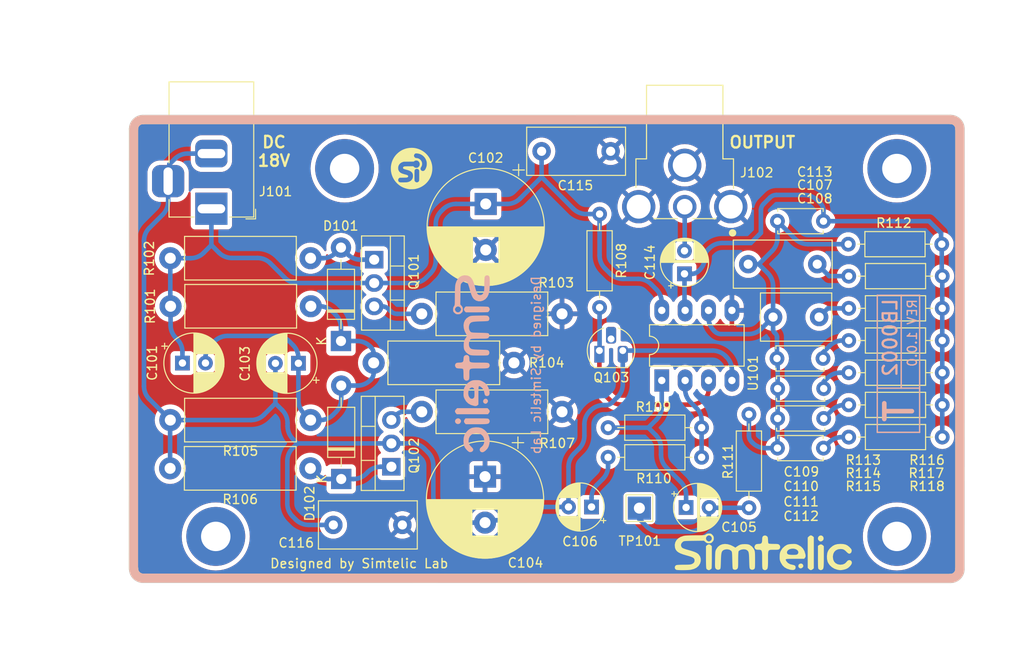
<source format=kicad_pcb>
(kicad_pcb (version 20240108) (generator "pcbnew") (generator_version "8.0")
  (title_block (title "Pink Noise Generator") (date "2024-12-29") (rev "1.0.0") (company "Simtelic") (comment 1 "https://simtelic.com/product/pink-noise-generator") (comment 2 "https://github.com/simtelic/lab0002-pink-noise-generator") (comment 3 "Designed for Simtelic by Simtelic Lab"))
  (layers (0 "F.Cu" signal) (31 "B.Cu" signal) (34 "B.Paste" user) (35 "F.Paste" user) (36 "B.SilkS" user "B.Silkscreen") (37 "F.SilkS" user "F.Silkscreen") (38 "B.Mask" user) (39 "F.Mask" user) (44 "Edge.Cuts" user))
  (net 0 "")
  (net 1 "Net-(D101-K)")
  (net 2 "+VDC")
  (net 3 "GND")
  (net 4 "-VDC")
  (net 5 "Net-(C105-Pad2)")
  (net 6 "Net-(C105-Pad1)")
  (net 7 "Net-(C106-Pad1)")
  (net 8 "Net-(U101B--)")
  (net 9 "Net-(C107-Pad2)")
  (net 10 "Net-(C108-Pad2)")
  (net 11 "Net-(C109-Pad2)")
  (net 12 "Net-(C110-Pad2)")
  (net 13 "Net-(C111-Pad2)")
  (net 14 "Net-(C112-Pad2)")
  (net 15 "Net-(C113-Pad2)")
  (net 16 "/AF-OUT")
  (net 17 "Net-(D101-A)")
  (net 18 "Net-(D102-K)")
  (net 19 "Net-(Q101-E)")
  (net 20 "Net-(Q102-E)")
  (net 22 "Net-(Q103-E)")
  (net 23 "Net-(U101A--)")
  (footprint "MountingHole:MountingHole_3.2mm_M3_Pad" (layer "F.Cu") (at 92 45)
    (property "Reference" "H101" (hide yes))
    (property "Value" "M3")
  )
  (footprint "Resistor_THT:R_Axial_DIN0414_L11.9mm_D4.5mm_P15.24mm_Horizontal" (layer "F.Cu") (at 100.38 60.8)
    (property "Reference" "R103")
    (property "Value" "2.2R")
  )
  (footprint "Resistor_THT:R_Axial_DIN0207_L6.3mm_D2.5mm_P10.16mm_Horizontal" (layer "F.Cu") (at 146.77 63.7)
    (property "Reference" "R115")
    (property "Value" "100K")
  )
  (footprint "Capacitor_THT:CP_Radial_D6.3mm_P2.50mm" (layer "F.Cu") (at 74.38 66.15)
    (property "Reference" "C101")
    (property "Value" "100MFD")
  )
  (footprint "Capacitor_THT:CP_Radial_D6.3mm_P2.50mm" (layer "F.Cu") (at 86.98 66.175 180)
    (property "Reference" "C103")
    (property "Value" "100MFD")
  )
  (footprint "Capacitor_THT:C_Disc_D10.5mm_W5.0mm_P7.50mm" (layer "F.Cu") (at 90.775 83.75)
    (property "Reference" "C116")
    (property "Value" "0.1MFD")
  )
  (footprint "Resistor_THT:R_Axial_DIN0207_L6.3mm_D2.5mm_P10.16mm_Horizontal" (layer "F.Cu") (at 146.77 60.2)
    (property "Reference" "R114")
    (property "Value" "330K")
  )
  (footprint "Capacitor_THT:C_Disc_D10.5mm_W5.0mm_P7.50mm" (layer "F.Cu") (at 135.85 55.4)
    (property "Reference" "C107")
    (property "Value" "0.1MFD")
  )
  (footprint "Resistor_THT:R_Axial_DIN0207_L6.3mm_D2.5mm_P10.16mm_Horizontal" (layer "F.Cu") (at 146.77 70.7)
    (property "Reference" "R117")
    (property "Value" "10K")
  )
  (footprint "Simtelic Logo:simtelic-name-5" (layer "F.Cu") (at 137.49 86.71)
    (property "Reference" "LG102" (hide yes))
    (property "Value" "LOGO" (hide yes))
  )
  (footprint "Capacitor_THT:C_Disc_D5.0mm_W2.5mm_P5.00mm" (layer "F.Cu") (at 138.975 65.65)
    (property "Reference" "C109")
    (property "Value" "0.01MFD")
  )
  (footprint "Capacitor_THT:C_Disc_D7.5mm_W5.0mm_P5.00mm" (layer "F.Cu") (at 138.55 61.15)
    (property "Reference" "C108")
    (property "Value" "0.033MFD")
  )
  (footprint "Connector_BarrelJack:BarrelJack_Horizontal" (layer "F.Cu") (at 77.525 49.375 -90)
    (property "Reference" "J101")
    (property "Value" "5.5mm DC Jack Socket")
  )
  (footprint "Resistor_THT:R_Axial_DIN0207_L6.3mm_D2.5mm_P10.16mm_Horizontal" (layer "F.Cu") (at 146.77 67.2)
    (property "Reference" "R116")
    (property "Value" "33K")
  )
  (footprint "Capacitor_THT:C_Disc_D4.7mm_W2.5mm_P5.00mm" (layer "F.Cu") (at 139.025 75.4)
    (property "Reference" "C112")
    (property "Value" "330PF")
  )
  (footprint "Resistor_THT:R_Axial_DIN0207_L6.3mm_D2.5mm_P10.16mm_Horizontal" (layer "F.Cu") (at 130.785 73.175 180)
    (property "Reference" "R109")
    (property "Value" "100K")
  )
  (footprint "Capacitor_THT:CP_Radial_D5.0mm_P2.50mm" (layer "F.Cu") (at 118.825 81.8 180)
    (property "Reference" "C106")
    (property "Value" "10MFD")
  )
  (footprint "MountingHole:MountingHole_3.2mm_M3_Pad" (layer "F.Cu") (at 152 45)
    (property "Reference" "H102" (hide yes))
    (property "Value" "M3")
  )
  (footprint "Resistor_THT:R_Axial_DIN0207_L6.3mm_D2.5mm_P10.16mm_Horizontal" (layer "F.Cu") (at 146.77 56.7)
    (property "Reference" "R113")
    (property "Value" "1M")
  )
  (footprint "Capacitor_THT:C_Disc_D4.7mm_W2.5mm_P5.00mm" (layer "F.Cu") (at 139.025 50.725)
    (property "Reference" "C113")
    (property "Value" "100PF")
  )
  (footprint "Capacitor_THT:C_Disc_D5.0mm_W2.5mm_P5.00mm" (layer "F.Cu") (at 139.05 68.925)
    (property "Reference" "C110")
    (property "Value" "0.0033MFD")
  )
  (footprint "Resistor_THT:R_Axial_DIN0414_L11.9mm_D4.5mm_P15.24mm_Horizontal" (layer "F.Cu") (at 73.06 54.75)
    (property "Reference" "R102")
    (property "Value" "1K")
  )
  (footprint "Resistor_THT:R_Axial_DIN0414_L11.9mm_D4.5mm_P15.24mm_Horizontal" (layer "F.Cu") (at 88.28 77.6 180)
    (property "Reference" "R106")
    (property "Value" "1K")
  )
  (footprint "Resistor_THT:R_Axial_DIN0207_L6.3mm_D2.5mm_P10.16mm_Horizontal" (layer "F.Cu") (at 119.7 49.95 -90)
    (property "Reference" "R108")
    (property "Value" "100K")
  )
  (footprint "MountingHole:MountingHole_3.2mm_M3_Pad" (layer "F.Cu") (at 152 85)
    (property "Reference" "H103" (hide yes))
    (property "Value" "M3")
  )
  (footprint "Simtelic:RCA Socket" (layer "F.Cu") (at 128.95 43.2 -90)
    (property "Reference" "J102")
    (property "Value" "RCA Jack Socket")
  )
  (footprint "Capacitor_THT:CP_Radial_D12.5mm_P5.00mm" (layer "F.Cu") (at 107.255 78.5 -90)
    (property "Reference" "C104")
    (property "Value" "1000MFD")
  )
  (footprint "Package_TO_SOT_THT:TO-92L_HandSolder" (layer "F.Cu") (at 119.68 64.795)
    (property "Reference" "Q103")
    (property "Value" "2SC945")
  )
  (footprint "TestPoint:TestPoint_THTPad_2.5x2.5mm_Drill1.2mm" (layer "F.Cu") (at 124.025 81.925)
    (property "Reference" "TP101")
    (property "Value" "TEST-PIN")
  )
  (footprint "Resistor_THT:R_Axial_DIN0207_L6.3mm_D2.5mm_P10.16mm_Horizontal" (layer "F.Cu") (at 146.715 53.225)
    (property "Reference" "R112")
    (property "Value" "1.8M")
  )
  (footprint "Resistor_THT:R_Axial_DIN0207_L6.3mm_D2.5mm_P10.16mm_Horizontal" (layer "F.Cu") (at 146.77 74.2)
    (property "Reference" "R118")
    (property "Value" "3.3K")
  )
  (footprint "Resistor_THT:R_Axial_DIN0414_L11.9mm_D4.5mm_P15.24mm_Horizontal" (layer "F.Cu") (at 110.395 66.125 180)
    (property "Reference" "R104")
    (property "Value" "1K")
  )
  (footprint "MountingHole:MountingHole_3.2mm_M3_Pad" (layer "F.Cu") (at 78 85)
    (property "Reference" "H104" (hide yes))
    (property "Value" "M3")
  )
  (footprint "Simtelic Logo:simtelic-5" (layer "F.Cu") (at 99.274682 44.958085)
    (property "Reference" "LG101" (hide yes))
    (property "Value" "LOGO" (hide yes))
  )
  (footprint "Resistor_THT:R_Axial_DIN0207_L6.3mm_D2.5mm_P10.16mm_Horizontal" (layer "F.Cu") (at 120.625 76.4)
    (property "Reference" "R110")
    (property "Value" "10K")
  )
  (footprint "Resistor_THT:R_Axial_DIN0414_L11.9mm_D4.5mm_P15.24mm_Horizontal" (layer "F.Cu") (at 88.305 72.35 180)
    (property "Reference" "R105")
    (property "Value" "1K")
  )
  (footprint "Capacitor_THT:CP_Radial_D5.0mm_P2.50mm" (layer "F.Cu") (at 129.1 81.85)
    (property "Reference" "C105")
    (property "Value" "10MFD")
  )
  (footprint "Diode_THT:D_DO-41_SOD81_P10.16mm_Horizontal" (layer "F.Cu") (at 91.63 78.76 90)
    (property "Reference" "D102")
    (property "Value" "1N4007")
  )
  (footprint "Package_TO_SOT_THT:TO-220-3_Vertical" (layer "F.Cu") (at 97.08 77.425 90)
    (property "Reference" "Q102")
    (property "Value" "TIP32")
  )
  (footprint "Resistor_THT:R_Axial_DIN0414_L11.9mm_D4.5mm_P15.24mm_Horizontal" (layer "F.Cu") (at 73.09 59.975)
    (property "Reference" "R101")
    (property "Value" "1K")
  )
  (footprint "Capacitor_THT:C_Disc_D5.0mm_W2.5mm_P5.00mm" (layer "F.Cu") (at 139.05 72.175)
    (property "Reference" "C111")
    (property "Value" "0.001MFD")
  )
  (footprint "Package_TO_SOT_THT:TO-220-3_Vertical" (layer "F.Cu") (at 95.21 54.91 -90)
    (property "Reference" "Q101")
    (property "Value" "TIP31")
  )
  (footprint "Diode_THT:D_DO-41_SOD81_P10.16mm_Horizontal" (layer "F.Cu") (at 91.605 63.755 90)
    (property "Reference" "D101")
    (property "Value" "1N4007")
  )
  (footprint "Resistor_THT:R_Axial_DIN0414_L11.9mm_D4.5mm_P15.24mm_Horizontal" (layer "F.Cu") (at 115.62 71.45 180)
    (property "Reference" "R107")
    (property "Value" "2.2R")
  )
  (footprint "Capacitor_THT:CP_Radial_D5.0mm_P2.50mm" (layer "F.Cu") (at 128.925 56.45 90)
    (property "Reference" "C114")
    (property "Value" "10MFD")
  )
  (footprint "Capacitor_THT:CP_Radial_D12.5mm_P5.00mm" (layer "F.Cu") (at 107.33 48.851041 -90)
    (property "Reference" "C102")
    (property "Value" "1000MFD")
  )
  (footprint "Package_DIP:DIP-8_W7.62mm_LongPads" (layer "F.Cu") (at 126.455 68.045 90)
    (property "Reference" "U101")
    (property "Value" "NJM4558")
  )
  (footprint "Resistor_THT:R_Axial_DIN0207_L6.3mm_D2.5mm_P10.16mm_Horizontal" (layer "F.Cu") (at 135.925 71.725 -90)
    (property "Reference" "R111")
    (property "Value" "10K")
  )
  (footprint "Capacitor_THT:C_Disc_D10.5mm_W5.0mm_P7.50mm" (layer "F.Cu") (at 113.4 43.125)
    (property "Reference" "C115")
    (property "Value" "0.1MFD")
  )
  (footprint "Simtelic Logo:simtelic-name-5" (layer "B.Cu") (at 105.81 66.23 -90)
    (property "Reference" "LG103" (hide yes))
    (property "Value" "LOGO" (hide yes))
  )
  (gr_line (start 157.823657 39.663449) (end 70.106434 39.675596) (stroke (width 1)) (layer "B.SilkS"))
  (gr_line (start 69.057029 88.544162) (end 69.063448 40.701344) (stroke (width 1)) (layer "B.SilkS"))
  (gr_line (start 149.87 68.88) (end 154.47 68.88) (stroke (width 0.15)) (layer "B.SilkS"))
  (gr_line (start 158.842986 88.549253) (end 158.849405 40.706435) (stroke (width 1)) (layer "B.SilkS"))
  (gr_line (start 149.87 69.98) (end 149.87 58.78) (stroke (width 0.15)) (layer "B.SilkS"))
  (gr_line (start 154.47 73.68) (end 149.87 73.68) (stroke (width 0.15)) (layer "B.SilkS"))
  (gr_line (start 154.47 58.78) (end 154.47 73.68) (stroke (width 0.15)) (layer "B.SilkS"))
  (gr_line (start 70.100748 89.542987) (end 157.8 89.575001) (stroke (width 1)) (layer "B.SilkS"))
  (gr_line (start 152.47 58.78) (end 152.47 68.88) (stroke (width 0.15)) (layer "B.SilkS"))
  (gr_arc (start 158.842986 88.549253) (mid 158.531434 89.275596) (end 157.8 89.575001) (stroke (width 1)) (layer "B.SilkS"))
  (gr_arc (start 157.823657 39.663449) (mid 158.55 39.975001) (end 158.849405 40.706435) (stroke (width 1)) (layer "B.SilkS"))
  (gr_arc (start 69.063448 40.701344) (mid 69.375 39.975001) (end 70.106434 39.675596) (stroke (width 1)) (layer "B.SilkS"))
  (gr_line (start 149.87 73.68) (end 149.87 69.98) (stroke (width 0.15)) (layer "B.SilkS"))
  (gr_line (start 149.87 58.78) (end 154.47 58.78) (stroke (width 0.15)) (layer "B.SilkS"))
  (gr_arc (start 70.100748 89.542987) (mid 69.374404 89.231435) (end 69.075 88.500001) (stroke (width 1)) (layer "B.SilkS"))
  (gr_arc (start 158.842986 88.549252) (mid 158.531434 89.275595) (end 157.8 89.575) (stroke (width 1)) (layer "F.SilkS"))
  (gr_arc (start 157.823657 39.663448) (mid 158.55 39.975) (end 158.849405 40.706434) (stroke (width 1)) (layer "F.SilkS"))
  (gr_arc (start 70.100748 89.542986) (mid 69.374405 89.231434) (end 69.075 88.5) (stroke (width 1)) (layer "F.SilkS"))
  (gr_line (start 158.842986 88.549252) (end 158.849405 40.706434) (stroke (width 1)) (layer "F.SilkS"))
  (gr_arc (start 69.063448 40.701343) (mid 69.375 39.975) (end 70.106434 39.675595) (stroke (width 1)) (layer "F.SilkS"))
  (gr_line (start 69.057029 88.544161) (end 69.063448 40.701343) (stroke (width 1)) (layer "F.SilkS"))
  (gr_line (start 157.823657 39.663448) (end 70.106434 39.675595) (stroke (width 1)) (layer "F.SilkS"))
  (gr_line (start 70.100748 89.542986) (end 157.8 89.575) (stroke (width 1)) (layer "F.SilkS"))
  (gr_line (start 159.350208 40.675) (end 159.348068 88.58039) (stroke (width 0.05)) (layer "Edge.Cuts"))
  (gr_line (start 157.848068 90.055598) (end 70.06961 90.048068) (stroke (width 0.05)) (layer "Edge.Cuts"))
  (gr_line (start 70.1 39.174792) (end 157.875 39.175) (stroke (width 0.05)) (layer "Edge.Cuts"))
  (gr_arc (start 157.875 39.175) (mid 158.91961 39.623068) (end 159.350208 40.675) (stroke (width 0.05)) (layer "Edge.Cuts"))
  (gr_arc (start 159.348068 88.58039) (mid 158.9 89.625) (end 157.848068 90.055598) (stroke (width 0.05)) (layer "Edge.Cuts"))
  (gr_arc (start 70.06961 90.048068) (mid 69.025 89.6) (end 68.594402 88.548068) (stroke (width 0.05)) (layer "Edge.Cuts"))
  (gr_line (start 68.594402 88.548068) (end 68.6 40.65) (stroke (width 0.05)) (layer "Edge.Cuts"))
  (gr_arc (start 68.6 40.65) (mid 69.048068 39.60539) (end 70.1 39.174792) (stroke (width 0.05)) (layer "Edge.Cuts"))
  (gr_text "Designed by Simtelic Lab" (at 113.4 56.61 90) (layer "B.SilkS") (effects (font (size 1 1)) (justify left bottom mirror)))
  (gr_text "T" (at 152.27 71.38 90) (layer "B.SilkS") (effects (font (size 3 3) (thickness 0.5)) (justify mirror)))
  (gr_text "LB0002" (at 151.27 63.38 90) (layer "B.SilkS") (effects (font (size 1.5 1.5) (thickness 0.25)) (justify mirror)))
  (gr_text "REV 1.0.0" (at 153.67 62.88 90) (layer "B.SilkS") (effects (font (size 1 1)) (justify mirror)))
  (gr_text "DC\n18V" (at 84.325 44.875 0) (layer "F.SilkS") (effects (font (size 1.25 1.25) (thickness 0.25) (bold yes)) (justify bottom)))
  (gr_text "Designed by Simtelic Lab" (at 83.82 88.53 0) (layer "F.SilkS") (effects (font (size 1 1)) (justify left bottom)))
  (gr_text "OUTPUT" (at 133.675 42.875 0) (layer "F.SilkS") (effects (font (size 1.25 1.25) (thickness 0.25) (bold yes)) (justify left bottom)))
  (segment (start 95.155 65.144214) (end 95.155 66.125) (width 0.5) (layer "B.Cu") (net 1))
  (segment (start 91.605 62.308427) (end 91.605 63.755) (width 0.5) (layer "B.Cu") (net 1))
  (segment (start 91.044213 71.480787) (end 90.760787 71.764213) (width 0.5) (layer "B.Cu") (net 1))
  (segment (start 86.98 70.196573) (end 86.98 66.175) (width 0.5) (layer "B.Cu") (net 1))
  (segment (start 76.88 66.15) (end 76.88 65.598427) (width 0.5) (layer "B.Cu") (net 1))
  (segment (start 91.63 68.6) (end 91.63 70.066573) (width 0.5) (layer "B.Cu") (net 1))
  (segment (start 79.278427 63.2) (end 84.571573 63.2) (width 0.5) (layer "B.Cu") (net 1))
  (segment (start 85.985787 63.785787) (end 86.394214 64.194214) (width 0.5) (layer "B.Cu") (net 1))
  (segment (start 88.33 59.975) (end 89.271573 59.975) (width 0.5) (layer "B.Cu") (net 1))
  (segment (start 91.605 63.755) (end 93.351573 63.755) (width 0.5) (layer "B.Cu") (net 1))
  (segment (start 86.98 65.608427) (end 86.98 66.175) (width 0.5) (layer "B.Cu") (net 1))
  (segment (start 95.155 67.230786) (end 95.155 66.125) (width 0.5) (layer "B.Cu") (net 1))
  (segment (start 90.685787 60.560787) (end 91.019214 60.894214) (width 0.5) (layer "B.Cu") (net 1))
  (segment (start 88.305 72.35) (end 89.346573 72.35) (width 0.5) (layer "B.Cu") (net 1))
  (segment (start 77.465787 64.184213) (end 77.864214 63.785786) (width 0.5) (layer "B.Cu") (net 1))
  (segment (start 91.63 68.6) (end 93.371573 68.6) (width 0.5) (layer "B.Cu") (net 1))
  (segment (start 88.305 72.35) (end 87.565786 71.610786) (width 0.5) (layer "B.Cu") (net 1))
  (segment (start 94.765787 64.340787) (end 94.862107 64.437107) (width 0.5) (layer "B.Cu") (net 1))
  (segment (start 94.785787 68.014213) (end 94.862107 67.937893) (width 0.5) (layer "B.Cu") (net 1))
  (arc (start 89.346573 72.35) (mid 90.11194 72.197759) (end 90.760787 71.764213) (width 0.5) (layer "B.Cu") (net 1))
  (arc (start 94.862107 64.437107) (mid 95.07888 64.76153) (end 95.155 65.144214) (width 0.5) (layer "B.Cu") (net 1))
  (arc (start 94.765787 64.340787) (mid 94.11694 63.907241) (end 93.351573 63.755) (width 0.5) (layer "B.Cu") (net 1))
  (arc (start 86.98 65.608427) (mid 86.827759 64.84306) (end 86.394214 64.194214) (width 0.5) (layer "B.Cu") (net 1))
  (arc (start 93.371573 68.6) (mid 94.13694 68.447759) (end 94.785787 68.014213) (width 0.5) (layer "B.Cu") (net 1))
  (arc (start 76.88 65.598427) (mid 77.032241 64.83306) (end 77.465787 64.184213) (width 0.5) (layer "B.Cu") (net 1))
  (arc (start 84.571573 63.2) (mid 85.33694 63.352241) (end 85.985787 63.785787) (width 0.5) (layer "B.Cu") (net 1))
  (arc (start 94.862107 67.937893) (mid 95.07888 67.61347) (end 95.155 67.230786) (width 0.5) (layer "B.Cu") (net 1))
  (arc (start 91.63 70.066573) (mid 91.477759 70.83194) (end 91.044213 71.480787) (width 0.5) (layer "B.Cu") (net 1))
  (arc (start 86.98 70.196573) (mid 87.132241 70.96194) (end 87.565786 71.610786) (width 0.5) (layer "B.Cu") (net 1))
  (arc (start 79.278427 63.2) (mid 78.51306 63.352241) (end 77.864214 63.785786) (width 0.5) (layer "B.Cu") (net 1))
  (arc (start 89.271573 59.975) (mid 90.03694 60.127241) (end 90.685787 60.560787) (width 0.5) (layer "B.Cu") (net 1))
  (arc (start 91.605 62.308427) (mid 91.452759 61.54306) (end 91.019214 60.894214) (width 0.5) (layer "B.Cu") (net 1))
  (segment (start 95.21 57.45) (end 86.903427 57.45) (width 0.5) (layer "B.Cu") (net 2))
  (segment (start 118.253427 49.95) (end 119.7 49.95) (width 0.5) (layer "B.Cu") (net 2))
  (segment (start 78.339213 54.139213) (end 77.525 53.325) (width 0.5) (layer "B.Cu") (net 2))
  (segment (start 126.455 60.425) (end 126.455 59.558427) (width 0.5) (layer "B.Cu") (net 2))
  (segment (start 125.869213 58.144213) (end 125.310786 57.585786) (width 0.5) (layer "B.Cu") (net 2))
  (segment (start 107.33 48.851041) (end 109.645532 48.851041) (width 0.5) (layer "B.Cu") (net 2))
  (segment (start 73.06 59.945) (end 73.09 59.975) (width 0.5) (layer "B.Cu") (net 2))
  (segment (start 73.09 59.975) (end 73.09 62.011573) (width 0.5) (layer "B.Cu") (net 2))
  (segment (start 120.839213 56.414213) (end 120.285786 55.860786) (width 0.5) (layer "B.Cu") (net 2))
  (segment (start 123.896573 57) (end 122.253427 57) (width 0.5) (layer "B.Cu") (net 2))
  (segment (start 74.38 66.15) (end 74.38 64.958427) (width 0.5) (layer "B.Cu") (net 2))
  (segment (start 77.525 53.325) (end 77.525 53.5) (width 0.25) (layer "B.Cu") (net 2))
  (segment (start 82.521573 54.725) (end 79.753427 54.725) (width 0.5) (layer "B.Cu") (net 2))
  (segment (start 104.104468 48.851041) (end 107.33 48.851041) (width 0.5) (layer "B.Cu") (net 2))
  (segment (start 73.06 54.75) (end 73.06 59.945) (width 0.5) (layer "B.Cu") (net 2))
  (segment (start 113.4 45.925) (end 111.059746 48.265254) (width 0.5) (layer "B.Cu") (net 2))
  (segment (start 76.685787 54.164213) (end 77.525 53.325) (width 0.5) (layer "B.Cu") (net 2))
  (segment (start 73.794213 63.544213) (end 73.675786 63.425786) (width 0.5) (layer "B.Cu") (net 2))
  (segment (start 102.485787 49.641295) (end 102.690255 49.436827) (width 0.5) (layer "B.Cu") (net 2))
  (segment (start 95.21 57.45) (end 99.446573 57.45) (width 0.5) (layer "B.Cu") (net 2))
  (segment (start 113.4 43.125) (end 113.4 45.925) (width 0.5) (layer "B.Cu") (net 2))
  (segment (start 77.525 53.325) (end 77.525 49.375) (width 0.5) (layer "B.Cu") (net 2))
  (segment (start 119.7 49.95) (end 119.7 54.446573) (width 0.5) (layer "B.Cu") (net 2))
  (segment (start 116.839214 49.364214) (end 113.4 45.925) (width 0.5) (layer "B.Cu") (net 2))
  (segment (start 100.860787 56.864213) (end 101.314214 56.410786) (width 0.5) (layer "B.Cu") (net 2))
  (segment (start 85.489213 56.864213) (end 83.935786 55.310786) (width 0.5) (layer "B.Cu") (net 2))
  (segment (start 73.06 54.75) (end 75.271573 54.75) (width 0.5) (layer "B.Cu") (net 2))
  (segment (start 101.9 54.996573) (end 101.9 51.055509) (width 0.5) (layer "B.Cu") (net 2))
  (arc (start 116.839214 49.364214) (mid 117.48806 49.797759) (end 118.253427 49.95) (width 0.5) (layer "B.Cu") (net 2))
  (arc (start 73.794213 63.544213) (mid 74.227759 64.19306) (end 74.38 64.958427) (width 0.5) (layer "B.Cu") (net 2))
  (arc (start 109.645532 48.851041) (mid 110.410899 48.6988) (end 111.059746 48.265254) (width 0.5) (layer "B.Cu") (net 2))
  (arc (start 123.896573 57) (mid 124.66194 57.152241) (end 125.310786 57.585786) (width 0.5) (layer "B.Cu") (net 2))
  (arc (start 126.455 59.558427) (mid 126.302759 58.79306) (end 125.869213 58.144213) (width 0.5) (layer "B.Cu") (net 2))
  (arc (start 85.489213 56.864213) (mid 86.13806 57.297759) (end 86.903427 57.45) (width 0.5) (layer "B.Cu") (net 2))
  (arc (start 120.839213 56.414213) (mid 121.48806 56.847759) (end 122.253427 57) (width 0.5) (layer "B.Cu") (net 2))
  (arc (start 101.9 54.996573) (mid 101.747759 55.76194) (end 101.314214 56.410786) (width 0.5) (layer "B.Cu") (net 2))
  (arc (start 102.485787 49.641295) (mid 102.052241 50.290142) (end 101.9 51.055509) (width 0.5) (layer "B.Cu") (net 2))
  (arc (start 73.09 62.011573) (mid 73.242241 62.77694) (end 73.675786 63.425786) (width 0.5) (layer "B.Cu") (net 2))
  (arc (start 120.285786 55.860786) (mid 119.852241 55.21194) (end 119.7 54.446573) (width 0.5) (layer "B.Cu") (net 2))
  (arc (start 102.690255 49.436827) (mid 103.339101 49.003282) (end 104.104468 48.851041) (width 0.5) (layer "B.Cu") (net 2))
  (arc (start 78.339213 54.139213) (mid 78.98806 54.572759) (end 79.753427 54.725) (width 0.5) (layer "B.Cu") (net 2))
  (arc (start 76.685787 54.164213) (mid 76.03694 54.597759) (end 75.271573 54.75) (width 0.5) (layer "B.Cu") (net 2))
  (arc (start 99.446573 57.45) (mid 100.21194 57.297759) (end 100.860787 56.864213) (width 0.5) (layer "B.Cu") (net 2))
  (arc (start 83.935786 55.310786) (mid 83.28694 54.877241) (end 82.521573 54.725) (width 0.5) (layer "B.Cu") (net 2))
  (segment (start 133.95 60.3) (end 134.075 60.425) (width 0.5) (layer "F.Cu") (net 3))
  (segment (start 128.875 44.575) (end 128.95 44.65) (width 0.5) (layer "B.Cu") (net 3))
  (segment (start 111.425 71.375) (end 111.5 71.45) (width 0.25) (layer "B.Cu") (net 3))
  (segment (start 86.360787 75.384213) (end 86.86 74.885) (width 0.5) (layer "B.Cu") (net 4))
  (segment (start 118.635787 71.389213) (end 118.714214 71.310786) (width 0.5) (layer "B.Cu") (net 4))
  (segment (start 100.670787 75.470787) (end 101.051714 75.851714) (width 0.5) (layer "B.Cu") (net 4))
  (segment (start 97.08 74.885) (end 99.256573 74.885) (width 0.5) (layer "B.Cu") (net 4))
  (segment (start 101.6375 77.265927) (end 101.6375 80.609073) (width 0.5) (layer "B.Cu") (net 4))
  (segment (start 90.775 83.75) (end 88.103427 83.75) (width 0.5) (layer "B.Cu") (net 4))
  (segment (start 70.785787 70.070787) (end 73.065 72.35) (width 0.5) (layer "B.Cu") (net 4))
  (segment (start 85.8 72.678427) (end 85.8 72.996573) (width 0.5) (layer "B.Cu") (net 4))
  (segment (start 111.545787 82.654213) (end 111.814214 82.385786) (width 0.5) (layer "B.Cu") (net 4))
  (segment (start 84.48 66.175) (end 84.48 70.53) (width 0.5) (layer "B.Cu") (net 4))
  (segment (start 120.128427 70.725) (end 120.355786 70.725) (width 0.5) (layer "B.Cu") (net 4))
  (segment (start 116.325 81.8) (end 113.228427 81.8) (width 0.5) (layer "B.Cu") (net 4))
  (segment (start 133.380787 65.380787) (end 133.489214 65.489214) (width 0.5) (layer "B.Cu") (net 4))
  (segment (start 101.825 81.475) (end 101.825 81.625) (width 0.25) (layer "B.Cu") (net 4))
  (segment (start 77.525 43.375) (end 74.953427 43.375) (width 0.5) (layer "B.Cu") (net 4))
  (segment (start 72.825 48.596573) (end 72.825 46.375) (width 0.5) (layer "B.Cu") (net 4))
  (segment (start 86.86 74.885) (end 86.385786 74.410786) (width 0.5) (layer "B.Cu") (net 4))
  (segment (start 73.065 72.35) (end 81.831573 72.35) (width 0.5) (layer "B.Cu") (net 4))
  (segment (start 118.05 74.046573) (end 118.05 72.803427) (width 0.5) (layer "B.Cu") (net 4))
  (segment (start 86.689213 83.164213) (end 86.360786 82.835786) (width 0.5) (layer "B.Cu") (net 4))
  (segment (start 116.325 81.8) (end 116.325 77.428427) (width 0.5) (layer "B.Cu") (net 4))
  (segment (start 122.22 64.795) (end 131.966573 64.795) (width 0.5) (layer "B.Cu") (net 4))
  (segment (start 134.075 66.903427) (end 134.075 68.045) (width 0.5) (layer "B.Cu") (net 4))
  (segment (start 72.95 44.55) (end 72.95 46.25) (width 0.5) (layer "B.Cu") (net 4))
  (segment (start 122.22 68.446573) (end 122.22 64.795) (width 0.5) (layer "B.Cu") (net 4))
  (segment (start 107.515 83.24) (end 110.131573 83.24) (width 0.5) (layer "B.Cu") (net 4))
  (segment (start 102.223287 82.023287) (end 103.114214 82.914214) (width 0.5) (layer "B.Cu") (net 4))
  (segment (start 70.2 52.878427) (end 70.2 68.656573) (width 0.5) (layer "B.Cu") (net 4))
  (segment (start 84.48 70.53) (end 85.214214 71.264214) (width 0.5) (layer "B.Cu") (net 4))
  (segment (start 70.785787 51.464213) (end 72.239214 50.010786) (width 0.5) (layer "B.Cu") (net 4))
  (segment (start 72.95 46.25) (end 72.825 46.375) (width 0.5) (layer "B.Cu") (net 4))
  (segment (start 107.255 83.5) (end 107.515 83.24) (width 0.5) (layer "B.Cu") (net 4))
  (segment (start 121.062893 70.432107) (end 121.634214 69.860786) (width 0.5) (layer "B.Cu") (net 4))
  (segment (start 73.539213 43.960787) (end 72.95 44.55) (width 0.5) (layer "B.Cu") (net 4))
  (segment (start 85.775 81.421573) (end 85.775 76.798427) (width 0.5) (layer "B.Cu") (net 4))
  (segment (start 116.910787 76.014213) (end 117.464214 75.460786) (width 0.5) (layer "B.Cu") (net 4))
  (segment (start 84.48 70.53) (end 84.48 70.52) (width 0.25) (layer "B.Cu") (net 4))
  (segment (start 73.04 77.6) (end 73.04 72.375) (width 0.5) (layer "B.Cu") (net 4))
  (segment (start 73.04 72.375) (end 73.065 72.35) (width 0.5) (layer "B.Cu") (net 4))
  (segment (start 97.08 74.885) (end 86.86 74.885) (width 0.5) (layer "B.Cu") (net 4))
  (segment (start 107.255 83.5) (end 104.528427 83.5) (width 0.5) (layer "B.Cu") (net 4))
  (segment (start 83.245787 71.764213) (end 84.48 70.53) (width 0.5) (layer "B.Cu") (net 4))
  (arc (start 85.214214 71.264214) (mid 85.647759 71.91306) (end 85.8 72.678427) (width 0.5) (layer "B.Cu") (net 4))
  (arc (start 118.05 72.803427) (mid 118.202241 72.03806) (end 118.635787 71.389213) (width 0.5) (layer "B.Cu") (net 4))
  (arc (start 121.062893 70.432107) (mid 120.73847 70.64888) (end 120.355786 70.725) (width 0.5) (layer "B.Cu") (net 4))
  (arc (start 86.360787 75.384213) (mid 85.927241 76.03306) (end 85.775 76.798427) (width 0.5) (layer "B.Cu") (net 4))
  (arc (start 118.05 74.046573) (mid 117.897759 74.81194) (end 117.464214 75.460786) (width 0.5) (layer "B.Cu") (net 4))
  (arc (start 116.910787 76.014213) (mid 116.477241 76.66306) (end 116.325 77.428427) (width 0.5) (layer "B.Cu") (net 4))
  (arc (start 85.775 81.421573) (mid 85.927241 82.18694) (end 86.360786 82.835786) (width 0.5) (layer "B.Cu") (net 4))
  (arc (start 86.385786 74.410786) (mid 85.952241 73.76194) (end 85.8 72.996573) (width 0.5) (layer "B.Cu") (net 4))
  (arc (start 88.103427 83.75) (mid 87.33806 83.597759) (end 86.689213 83.164213) (width 0.5) (layer "B.Cu") (net 4))
  (arc (start 70.785787 51.464213) (mid 70.352241 52.11306) (end 70.2 52.878427) (width 0.5) (layer "B.Cu") (net 4))
  (arc (start 99.256573 74.885) (mid 100.02194 75.037241) (end 100.670787 75.470787) (width 0.5) (layer "B.Cu") (net 4))
  (arc (start 101.6375 77.265927) (mid 101.485259 76.50056) (end 101.051714 75.851714) (width 0.5) (layer "B.Cu") (net 4))
  (arc (start 111.814214 82.385786) (mid 112.46306 81.952241) (end 113.228427 81.8) (width 0.5) (layer "B.Cu") (net 4))
  (arc (start 120.128427 70.725) (mid 119.36306 70.877241) (end 118.714214 71.310786) (width 0.5) (layer "B.Cu") (net 4))
  (arc (start 111.545787 82.654213) (mid 110.89694 83.087759) (end 110.131573 83.24) (width 0.5) (layer "B.Cu") (net 4))
  (arc (start 74.953427 43.375) (mid 74.18806 43.527241) (end 73.539213 43.960787) (width 0.5) (layer "B.Cu") (net 4))
  (arc (start 133.489214 65.489214) (mid 133.922759 66.13806) (end 134.075 66.903427) (width 0.5) (layer "B.Cu") (net 4))
  (arc (start 131.966573 64.795) (mid 132.73194 64.947241) (end 133.380787 65.380787) (width 0.5) (layer "B.Cu") (net 4))
  (arc (start 102.223287 82.023287) (mid 101.789741 81.37444) (end 101.6375 80.609073) (width 0.5) (layer "B.Cu") (net 4))
  (arc (start 104.528427 83.5) (mid 103.76306 83.347759) (end 103.114214 82.914214) (width 0.5) (layer "B.Cu") (net 4))
  (arc (start 70.2 68.656573) (mid 70.352241 69.42194) (end 70.785787 70.070787) (width 0.5) (layer "B.Cu") (net 4))
  (arc (start 81.831573 72.35) (mid 82.59694 72.197759) (end 83.245787 71.764213) (width 0.5) (layer "B.Cu") (net 4))
  (arc (start 121.634214 69.860786) (mid 122.067759 69.21194) (end 122.22 68.446573) (width 0.5) (layer "B.Cu") (net 4))
  (arc (start 72.239214 50.010786) (mid 72.672759 49.36194) (end 72.825 48.596573) (width 0.5) (layer "B.Cu") (net 4))
  (segment (start 130.910787 83.889213) (end 131.014214 83.785786) (width 0.5) (layer "B.Cu") (net 5))
  (segment (start 131.6 82.371573) (end 131.6 81.85) (width 0.5) (layer "B.Cu") (net 5))
  (segment (start 124.025 81.925) (end 124.025 83.125) (width 0.5) (layer "B.Cu") (net 5))
  (segment (start 135.925 81.885) (end 131.635 81.885) (width 0.5) (layer "B.Cu") (net 5))
  (segment (start 124.025 83.125) (end 124.789214 83.889214) (width 0.5) (layer "B.Cu") (net 5))
  (segment (start 131.635 81.885) (end 131.6 81.85) (width 0.5) (layer "B.Cu") (net 5))
  (segment (start 126.203427 84.475) (end 129.496573 84.475) (width 0.5) (layer "B.Cu") (net 5))
  (arc (start 130.910787 83.889213) (mid 130.26194 84.322759) (end 129.496573 84.475) (width 0.5) (layer "B.Cu") (net 5))
  (arc (start 126.203427 84.475) (mid 125.43806 84.322759) (end 124.789214 83.889214) (width 0.5) (layer "B.Cu") (net 5))
  (arc (start 131.014214 83.785786) (mid 131.447759 83.13694) (end 131.6 82.371573) (width 0.5) (layer "B.Cu") (net 5))
  (segment (start 126.455 68.045) (end 126.455 70.891573) (width 0.5) (layer "B.Cu") (net 6))
  (segment (start 126.375 75.378427) (end 126.375 76.096573) (width 0.5) (layer "B.Cu") (net 6))
  (segment (start 129.1 80.478427) (end 129.1 81.85) (width 0.5) (layer "B.Cu") (net 6))
  (segment (start 125 73.175) (end 125.789214 73.964214) (width 0.5) (layer "B.Cu") (net 6))
  (segment (start 125 73.175) (end 120.625 73.175) (width 0.5) (layer "B.Cu") (net 6))
  (segment (start 125.869213 72.305787) (end 125 73.175) (width 0.5) (layer "B.Cu") (net 6))
  (segment (start 126.960787 77.510787) (end 128.514214 79.064214) (width 0.5) (layer "B.Cu") (net 6))
  (arc (start 126.960787 77.510787) (mid 126.527241 76.86194) (end 126.375 76.096573) (width 0.5) (layer "B.Cu") (net 6))
  (arc (start 129.1 80.478427) (mid 128.947759 79.71306) (end 128.514214 79.064214) (width 0.5) (layer "B.Cu") (net 6))
  (arc (start 125.789214 73.964214) (mid 126.222759 74.61306) (end 126.375 75.378427) (width 0.5) (layer "B.Cu") (net 6))
  (arc (start 125.869213 72.305787) (mid 126.302759 71.65694) (end 126.455 70.891573) (width 0.5) (layer "B.Cu") (net 6))
  (segment (start 120.039213 78.760787) (end 119.410786 79.389214) (width 0.5) (layer "B.Cu") (net 7))
  (segment (start 118.825 80.803427) (end 118.825 81.8) (width 0.5) (layer "B.Cu") (net 7))
  (segment (start 120.625 76.4) (end 120.625 77.346573) (width 0.5) (layer "B.Cu") (net 7))
  (arc (start 120.625 77.346573) (mid 120.472759 78.11194) (end 120.039213 78.760787) (width 0.5) (layer "B.Cu") (net 7))
  (arc (start 118.825 80.803427) (mid 118.977241 80.03806) (end 119.410786 79.389214) (width 0.5) (layer "B.Cu") (net 7))
  (segment (start 138.55 61.15) (end 138.55 62.478679) (width 0.5) (layer "B.Cu") (net 8))
  (segment (start 139.05 65.725) (end 138.975 65.65) (width 0.5) (layer "B.Cu") (net 8))
  (segment (start 132.914214 63) (end 135.871573 63) (width 0.5) (layer "B.Cu") (net 8))
  (segment (start 139.05 68.925) (end 139.05 65.725) (width 0.5) (layer "B.Cu") (net 8))
  (segment (start 136.217893 74.717893) (end 136.314214 74.814214) (width 0.5) (layer "B.Cu") (net 8))
  (segment (start 137 55.4) (end 138.439214 53.960786) (width 0.5) (layer "B.Cu") (net 8))
  (segment (start 132.120787 62.620787) (end 132.207107 62.707107) (width 0.5) (layer "B.Cu") (net 8))
  (segment (start 139.025 75.4) (end 139.025 72.2) (width 0.5) (layer "B.Cu") (net 8))
  (segment (start 137.964213 56.364213) (end 137 55.4) (width 0.5) (layer "B.Cu") (net 8))
  (segment (start 135.85 55.4) (end 137 55.4) (width 0.5) (layer "B.Cu") (net 8))
  (segment (start 131.535 60.425) (end 131.535 61.206573) (width 0.5) (layer "B.Cu") (net 8))
  (segment (start 139.025 52.546573) (end 139.025 50.725) (width 0.5) (layer "B.Cu") (net 8))
  (segment (start 137.728427 75.4) (end 139.025 75.4) (width 0.5) (layer "B.Cu") (net 8))
  (segment (start 138.55 61.15) (end 138.55 57.778427) (width 0.5) (layer "B.Cu") (net 8))
  (segment (start 137.285787 62.414213) (end 138.55 61.15) (width 0.5) (layer "B.Cu") (net 8))
  (segment (start 138.828553 62.964339) (end 138.696446 62.832232) (width 0.5) (layer "B.Cu") (net 8))
  (segment (start 146.715 53.225) (end 142.353427 53.225) (width 0.5) (layer "B.Cu") (net 8))
  (segment (start 140.939213 52.639213) (end 139.025 50.725) (width 0.5) (layer "B.Cu") (net 8))
  (segment (start 139.05 72.175) (end 139.05 68.925) (width 0.5) (layer "B.Cu") (net 8))
  (segment (start 138.975 65.65) (end 138.975 63.317893) (width 0.5) (layer "B.Cu") (net 8))
  (segment (start 139.025 72.2) (end 139.05 72.175) (width 0.5) (layer "B.Cu") (net 8))
  (segment (start 135.925 71.725) (end 135.925 74.010786) (width 0.5) (layer "B.Cu") (net 8))
  (arc (start 140.939213 52.639213) (mid 141.58806 53.072759) (end 142.353427 53.225) (width 0.5) (layer "B.Cu") (net 8))
  (arc (start 135.871573 63) (mid 136.63694 62.847759) (end 137.285787 62.414213) (width 0.5) (layer "B.Cu") (net 8))
  (arc (start 132.120787 62.620787) (mid 131.687241 61.97194) (end 131.535 61.206573) (width 0.5) (layer "B.Cu") (net 8))
  (arc (start 139.025 52.546573) (mid 138.872759 53.31194) (end 138.439214 53.960786) (width 0.5) (layer "B.Cu") (net 8))
  (arc (start 138.55 62.478679) (mid 138.58806 62.67002) (end 138.696446 62.832232) (width 0.5) (layer "B.Cu") (net 8))
  (arc (start 136.217893 74.717893) (mid 136.00112 74.39347) (end 135.925 74.010786) (width 0.5) (layer "B.Cu") (net 8))
  (arc (start 137.728427 75.4) (mid 136.96306 75.247759) (end 136.314214 74.814214) (width 0.5) (layer "B.Cu") (net 8))
  (arc (start 138.55 57.778427) (mid 138.397759 57.01306) (end 137.964213 56.364213) (width 0.5) (layer "B.Cu") (net 8))
  (arc (start 138.975 63.317893) (mid 138.93694 63.126551) (end 138.828553 62.964339) (width 0.5) (layer "B.Cu") (net 8))
  (arc (start 132.914214 63) (mid 132.531531 62.92388) (end 132.207107 62.707107) (width 0.5) (layer "B.Cu") (net 8))
  (segment (start 144.65 56.7) (end 143.35 55.4) (width 0.5) (layer "B.Cu") (net 9))
  (segment (start 146.77 56.7) (end 144.65 56.7) (width 0.5) (layer "B.Cu") (net 9))
  (segment (start 146.77 60.2) (end 144.5 60.2) (width 0.5) (layer "B.Cu") (net 10))
  (segment (start 144.5 60.2) (end 143.55 61.15) (width 0.5) (layer "B.Cu") (net 10))
  (segment (start 143.975 65) (end 143.975 65.65) (width 0.5) (layer "B.Cu") (net 11))
  (segment (start 144.689213 64.285787) (end 143.975 65) (width 0.5) (layer "B.Cu") (net 11))
  (segment (start 146.77 63.7) (end 146.103427 63.7) (width 0.5) (layer "B.Cu") (net 11))
  (arc (start 146.103427 63.7) (mid 145.33806 63.852241) (end 144.689213 64.285787) (width 0.5) (layer "B.Cu") (net 11))
  (segment (start 144.05 68.175) (end 144.05 68.925) (width 0.5) (layer "B.Cu") (net 12))
  (segment (start 146.77 67.2) (end 145.853427 67.2) (width 0.5) (layer "B.Cu") (net 12))
  (segment (start 144.439213 67.785787) (end 144.05 68.175) (width 0.5) (layer "B.Cu") (net 12))
  (arc (start 145.853427 67.2) (mid 145.08806 67.352241) (end 144.439213 67.785787) (width 0.5) (layer "B.Cu") (net 12))
  (segment (start 146.77 70.7) (end 146.353427 70.7) (width 0.5) (layer "B.Cu") (net 13))
  (segment (start 144.939213 71.285787) (end 144.05 72.175) (width 0.5) (layer "B.Cu") (net 13))
  (arc (start 144.939213 71.285787) (mid 145.58806 70.852241) (end 146.353427 70.7) (width 0.5) (layer "B.Cu") (net 13))
  (segment (start 144.639213 74.785787) (end 144.025 75.4) (width 0.5) (layer "B.Cu") (net 14))
  (segment (start 146.77 74.2) (end 146.053427 74.2) (width 0.5) (layer "B.Cu") (net 14))
  (arc (start 146.053427 74.2) (mid 145.28806 74.352241) (end 144.639213 74.785787) (width 0.5) (layer "B.Cu") (net 14))
  (segment (start 156.93 60.2) (end 156.93 63.7) (width 0.5) (layer "B.Cu") (net 15))
  (segment (start 131.15 54.621573) (end 131.15 54.564214) (width 0.5) (layer "B.Cu") (net 15))
  (segment (start 156.93 67.2) (end 156.93 70.7) (width 0.5) (layer "B.Cu") (net 15))
  (segment (start 128.925 60.355) (end 128.995 60.425) (width 0.5) (layer "B.Cu") (net 15))
  (segment (start 137.517893 48.857107) (end 138.207107 48.167893) (width 0.5) (layer "B.Cu") (net 15))
  (segment (start 131.442893 53.857107) (end 131.614214 53.685786) (width 0.5) (layer "B.Cu") (net 15))
  (segment (start 156.93 70.7) (end 156.93 74.2) (width 0.5) (layer "B.Cu") (net 15))
  (segment (start 156.875 56.645) (end 156.93 56.7) (width 0.5) (layer "B.Cu") (net 15))
  (segment (start 128.925 56.45) (end 128.925 60.355) (width 0.5) (layer "B.Cu") (net 15))
  (segment (start 133.028427 53.1) (end 136.125 53.1) (width 0.5) (layer "B.Cu") (net 15))
  (segment (start 156.93 63.7) (end 156.93 67.2) (width 0.5) (layer "B.Cu") (net 15))
  (segment (start 130.442893 56.157107) (end 130.564214 56.035786) (width 0.5) (layer "B.Cu") (net 15))
  (segment (start 136.125 53.1) (end 137.225 52) (width 0.5) (layer "B.Cu") (net 15))
  (segment (start 144.025 49.539214) (end 144.025 50.725) (width 0.5) (layer "B.Cu") (net 15))
  (segment (start 156.93 56.7) (end 156.93 60.2) (width 0.5) (layer "B.Cu") (net 15))
  (segment (start 138.914214 47.875) (end 141.946573 47.875) (width 0.5) (layer "B.Cu") (net 15))
  (segment (start 155.5 50.725) (end 156.8 52.025) (width 0.5) (layer "B.Cu") (net 15))
  (segment (start 128.925 56.45) (end 129.735786 56.45) (width 0.5) (layer "B.Cu") (net 15))
  (segment (start 143.360787 48.460787) (end 143.732107 48.832107) (width 0.5) (layer "B.Cu") (net 15))
  (segment (start 144.025 50.725) (end 155.5 50.725) (width 0.5) (layer "B.Cu") (net 15))
  (segment (start 156.875 53.225) (end 156.875 56.645) (width 0.5) (layer "B.Cu") (net 15))
  (segment (start 156.8 53.15) (end 156.875 53.225) (width 0.5) (layer "B.Cu") (net 15))
  (segment (start 156.8 52.025) (end 156.8 53.15) (width 0.5) (layer "B.Cu") (net 15))
  (segment (start 137.225 52) (end 137.225 49.564214) (width 0.5) (layer "B.Cu") (net 15))
  (arc (start 130.442893 56.157107) (mid 130.11847 56.37388) (end 129.735786 56.45) (width 0.5) (layer "B.Cu") (net 15))
  (arc (start 137.517893 48.857107) (mid 137.30112 49.18153) (end 137.225 49.564214) (width 0.5) (layer "B.Cu") (net 15))
  (arc (start 143.732107 48.832107) (mid 143.94888 49.15653) (end 144.025 49.539214) (width 0.5) (layer "B.Cu") (net 15))
  (arc (start 131.15 54.564214) (mid 131.22612 54.181531) (end 131.442893 53.857107) (width 0.5) (layer "B.Cu") (net 15))
  (arc (start 138.914214 47.875) (mid 138.531531 47.95112) (end 138.207107 48.167893) (width 0.5) (layer "B.Cu") (net 15))
  (arc (start 141.946573 47.875) (mid 142.71194 48.027241) (end 143.360787 48.460787) (width 0.5) (layer "B.Cu") (net 15))
  (arc (start 130.564214 56.035786) (mid 130.997759 55.38694) (end 131.15 54.621573) (width 0.5) (layer "B.Cu") (net 15))
  (arc (start 131.614214 53.685786) (mid 132.26306 53.252241) (end 133.028427 53.1) (width 0.5) (layer "B.Cu") (net 15))
  (segment (start 128.95 53.925) (end 128.925 53.95) (width 0.5) (layer "B.Cu") (net 16))
  (segment (start 128.95 49.15) (end 128.95 53.925) (width 0.5) (layer "B.Cu") (net 16))
  (segment (start 88.3 54.75) (end 89.621573 54.75) (width 0.5) (layer "B.Cu") (net 17))
  (segment (start 91.035787 54.164213) (end 91.605 53.595) (width 0.5) (layer "B.Cu") (net 17))
  (segment (start 92.334213 54.324213) (end 91.605 53.595) (width 0.5) (layer "B.Cu") (net 17))
  (segment (start 95.21 54.91) (end 93.748427 54.91) (width 0.5) (layer "B.Cu") (net 17))
  (arc (start 93.748427 54.91) (mid 92.98306 54.757759) (end 92.334213 54.324213) (width 0.5) (layer "B.Cu") (net 17))
  (arc (start 89.621573 54.75) (mid 90.38694 54.597759) (end 91.035787 54.164213) (width 0.5) (layer "B.Cu") (net 17))
  (segment (start 97.08 77.425) (end 95.928427 77.425) (width 0.5) (layer "B.Cu") (net 18))
  (segment (start 91.63 78.76) (end 92.936573 78.76) (width 0.5) (layer "B.Cu") (net 18))
  (segment (start 94.350787 78.174213) (end 94.514214 78.010786) (width 0.5) (layer "B.Cu") (net 18))
  (segment (start 91.63 78.76) (end 90.268427 78.76) (width 0.5) (layer "B.Cu") (net 18))
  (segment (start 88.854213 78.174213) (end 88.28 77.6) (width 0.5) (layer "B.Cu") (net 18))
  (arc (start 94.514214 78.010786) (mid 95.16306 77.577241) (end 95.928427 77.425) (width 0.5) (layer "B.Cu") (net 18))
  (arc (start 90.268427 78.76) (mid 89.50306 78.607759) (end 88.854213 78.174213) (width 0.5) (layer "B.Cu") (net 18))
  (arc (start 92.936573 78.76) (mid 93.70194 78.607759) (end 94.350787 78.174213) (width 0.5) (layer "B.Cu") (net 18))
  (segment (start 96.072359 59.99) (end 95.21 59.99) (width 0.5) (layer "B.Cu") (net 19))
  (segment (start 100.38 60.8) (end 97.710787 60.8) (width 0.5) (layer "B.Cu") (net 19))
  (segment (start 97.00368 60.507107) (end 96.779466 60.282893) (width 0.5) (layer "B.Cu") (net 19))
  (arc (start 96.072359 59.99) (mid 96.455042 60.06612) (end 96.779466 60.282893) (width 0.5) (layer "B.Cu") (net 19))
  (arc (start 97.710787 60.8) (mid 97.328104 60.72388) (end 97.00368 60.507107) (width 0.5) (layer "B.Cu") (net 19))
  (segment (start 97.682107 71.742893) (end 97.08 72.345) (width 0.5) (layer "B.Cu") (net 20))
  (segment (start 100.38 71.45) (end 98.389214 71.45) (width 0.5) (layer "B.Cu") (net 20))
  (arc (start 97.682107 71.742893) (mid 98.00653 71.52612) (end 98.389214 71.45) (width 0.5) (layer "B.Cu") (net 20))
  (segment (start 131.030787 70.089213) (end 131.242107 69.877893) (width 0.5) (layer "F.Cu") (net 22))
  (segment (start 120.265787 69.615787) (end 120.739214 70.089214) (width 0.5) (layer "F.Cu") (net 22))
  (segment (start 119.68 64.795) (end 119.68 68.201573) (width 0.5) (layer "F.Cu") (net 22))
  (segment (start 122.153427 70.675) (end 129.616573 70.675) (width 0.5) (layer "F.Cu") (net 22))
  (segment (start 131.535 69.170786) (end 131.535 68.045) (width 0.5) (layer "F.Cu") (net 22))
  (arc (start 131.242107 69.877893) (mid 131.45888 69.55347) (end 131.535 69.170786) (width 0.5) (layer "F.Cu") (net 22))
  (arc (start 119.68 68.201573) (mid 119.832241 68.96694) (end 120.265787 69.615787) (width 0.5) (layer "F.Cu") (net 22))
  (arc (start 122.153427 70.675) (mid 121.38806 70.522759) (end 120.739214 70.089214) (width 0.5) (layer "F.Cu") (net 22))
  (arc (start 129.616573 70.675) (mid 130.38194 70.522759) (end 131.030787 70.089213) (width 0.5) (layer "F.Cu") (net 22))
  (segment (start 119.7 60.11) (end 119.7 64.775) (width 0.5) (layer "B.Cu") (net 22))
  (segment (start 119.7 64.775) (end 119.68 64.795) (width 0.5) (layer "B.Cu") (net 22))
  (segment (start 128.995 68.045) (end 128.995 68.991573) (width 0.5) (layer "B.Cu") (net 23))
  (segment (start 130.785 73.175) (end 130.785 72.438427) (width 0.5) (layer "B.Cu") (net 23))
  (segment (start 130.199213 71.024213) (end 129.580786 70.405786) (width 0.5) (layer "B.Cu") (net 23))
  (segment (start 130.785 76.4) (end 130.785 73.175) (width 0.5) (layer "B.Cu") (net 23))
  (arc (start 130.199213 71.024213) (mid 130.632759 71.67306) (end 130.785 72.438427) (width 0.5) (layer "B.Cu") (net 23))
  (arc (start 128.995 68.991573) (mid 129.147241 69.75694) (end 129.580786 70.405786) (width 0.5) (layer "B.Cu") (net 23))
  (zone (net 3) (net_name "GND") (layers "F&B.Cu") (connect_pads (clearance 0.5)) (min_thickness 0.25) (fill yes (thermal_gap 0.5) (thermal_bridge_width 0.5))
    (polygon (pts (xy 68.625 39.2) (xy 159.35 39.15) (xy 159.35 90.05) (xy 68.6 90.05)))
  )
)
</source>
